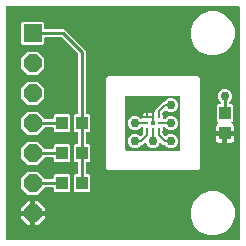
<source format=gbr>
G04 EAGLE Gerber RS-274X export*
G75*
%MOMM*%
%FSLAX34Y34*%
%LPD*%
%INTop Copper*%
%IPPOS*%
%AMOC8*
5,1,8,0,0,1.08239X$1,22.5*%
G01*
%ADD10R,0.381000X0.381000*%
%ADD11C,0.300000*%
%ADD12R,1.000000X1.100000*%
%ADD13R,1.524000X1.524000*%
%ADD14P,1.649562X8X22.500000*%
%ADD15C,0.203200*%
%ADD16C,0.254000*%
%ADD17C,0.762000*%

G36*
X199702Y2549D02*
X199702Y2549D01*
X199760Y2547D01*
X199842Y2569D01*
X199926Y2581D01*
X199979Y2604D01*
X200035Y2619D01*
X200108Y2662D01*
X200185Y2697D01*
X200230Y2735D01*
X200280Y2764D01*
X200338Y2826D01*
X200402Y2880D01*
X200434Y2929D01*
X200474Y2972D01*
X200513Y3047D01*
X200560Y3117D01*
X200577Y3173D01*
X200604Y3225D01*
X200615Y3293D01*
X200645Y3388D01*
X200648Y3488D01*
X200659Y3556D01*
X200659Y199644D01*
X200651Y199702D01*
X200653Y199760D01*
X200631Y199842D01*
X200619Y199926D01*
X200596Y199979D01*
X200581Y200035D01*
X200538Y200108D01*
X200503Y200185D01*
X200465Y200230D01*
X200436Y200280D01*
X200374Y200338D01*
X200320Y200402D01*
X200271Y200434D01*
X200228Y200474D01*
X200153Y200513D01*
X200083Y200560D01*
X200027Y200577D01*
X199975Y200604D01*
X199907Y200615D01*
X199812Y200645D01*
X199712Y200648D01*
X199644Y200659D01*
X3556Y200659D01*
X3498Y200651D01*
X3440Y200653D01*
X3358Y200631D01*
X3274Y200619D01*
X3221Y200596D01*
X3165Y200581D01*
X3092Y200538D01*
X3015Y200503D01*
X2970Y200465D01*
X2920Y200436D01*
X2862Y200374D01*
X2798Y200320D01*
X2766Y200271D01*
X2726Y200228D01*
X2687Y200153D01*
X2640Y200083D01*
X2623Y200027D01*
X2596Y199975D01*
X2585Y199907D01*
X2555Y199812D01*
X2552Y199712D01*
X2541Y199644D01*
X2541Y3556D01*
X2549Y3498D01*
X2547Y3440D01*
X2569Y3358D01*
X2581Y3274D01*
X2604Y3221D01*
X2619Y3165D01*
X2662Y3092D01*
X2697Y3015D01*
X2735Y2970D01*
X2764Y2920D01*
X2826Y2862D01*
X2880Y2798D01*
X2929Y2766D01*
X2972Y2726D01*
X3047Y2687D01*
X3117Y2640D01*
X3173Y2623D01*
X3225Y2596D01*
X3293Y2585D01*
X3388Y2555D01*
X3488Y2552D01*
X3556Y2541D01*
X199644Y2541D01*
X199702Y2549D01*
G37*
%LPC*%
G36*
X88693Y62102D02*
X88693Y62102D01*
X87502Y63293D01*
X87502Y77458D01*
X87503Y77464D01*
X87503Y125737D01*
X87502Y125745D01*
X87502Y139907D01*
X88693Y141098D01*
X165307Y141098D01*
X166498Y139907D01*
X166498Y63293D01*
X165307Y62102D01*
X88693Y62102D01*
G37*
%LPD*%
G36*
X149411Y78241D02*
X149411Y78241D01*
X149469Y78239D01*
X149551Y78261D01*
X149635Y78273D01*
X149688Y78296D01*
X149744Y78311D01*
X149817Y78354D01*
X149894Y78389D01*
X149939Y78427D01*
X149989Y78456D01*
X150047Y78518D01*
X150111Y78572D01*
X150143Y78621D01*
X150183Y78664D01*
X150222Y78739D01*
X150269Y78809D01*
X150286Y78865D01*
X150313Y78917D01*
X150324Y78985D01*
X150354Y79080D01*
X150357Y79180D01*
X150368Y79248D01*
X150368Y123953D01*
X150360Y124011D01*
X150362Y124069D01*
X150340Y124151D01*
X150328Y124235D01*
X150305Y124288D01*
X150290Y124344D01*
X150247Y124417D01*
X150212Y124494D01*
X150174Y124539D01*
X150145Y124589D01*
X150083Y124647D01*
X150029Y124711D01*
X149980Y124743D01*
X149937Y124783D01*
X149862Y124822D01*
X149792Y124869D01*
X149736Y124886D01*
X149684Y124913D01*
X149616Y124924D01*
X149521Y124954D01*
X149421Y124957D01*
X149353Y124968D01*
X104648Y124968D01*
X104590Y124960D01*
X104532Y124962D01*
X104450Y124940D01*
X104366Y124928D01*
X104313Y124905D01*
X104257Y124890D01*
X104184Y124847D01*
X104107Y124812D01*
X104062Y124774D01*
X104012Y124745D01*
X103954Y124683D01*
X103890Y124629D01*
X103858Y124580D01*
X103818Y124537D01*
X103779Y124462D01*
X103732Y124392D01*
X103715Y124336D01*
X103688Y124284D01*
X103677Y124216D01*
X103647Y124121D01*
X103644Y124021D01*
X103633Y123953D01*
X103633Y79248D01*
X103641Y79190D01*
X103639Y79132D01*
X103661Y79050D01*
X103673Y78966D01*
X103696Y78913D01*
X103711Y78857D01*
X103754Y78784D01*
X103789Y78707D01*
X103827Y78662D01*
X103856Y78612D01*
X103918Y78554D01*
X103972Y78490D01*
X104021Y78458D01*
X104064Y78418D01*
X104139Y78379D01*
X104209Y78332D01*
X104265Y78315D01*
X104317Y78288D01*
X104385Y78277D01*
X104480Y78247D01*
X104580Y78244D01*
X104648Y78233D01*
X149353Y78233D01*
X149411Y78241D01*
G37*
%LPC*%
G36*
X61078Y43267D02*
X61078Y43267D01*
X59887Y44458D01*
X59887Y57142D01*
X61078Y58333D01*
X62602Y58333D01*
X62660Y58341D01*
X62718Y58339D01*
X62800Y58361D01*
X62884Y58373D01*
X62937Y58396D01*
X62993Y58411D01*
X63066Y58454D01*
X63143Y58489D01*
X63188Y58527D01*
X63238Y58556D01*
X63296Y58618D01*
X63360Y58672D01*
X63392Y58721D01*
X63432Y58764D01*
X63471Y58839D01*
X63518Y58909D01*
X63535Y58965D01*
X63562Y59017D01*
X63573Y59085D01*
X63603Y59180D01*
X63606Y59280D01*
X63617Y59348D01*
X63617Y67652D01*
X63609Y67710D01*
X63611Y67768D01*
X63589Y67850D01*
X63577Y67934D01*
X63554Y67987D01*
X63539Y68043D01*
X63496Y68116D01*
X63461Y68193D01*
X63423Y68238D01*
X63394Y68288D01*
X63332Y68346D01*
X63278Y68410D01*
X63229Y68442D01*
X63186Y68482D01*
X63111Y68521D01*
X63041Y68568D01*
X62985Y68585D01*
X62933Y68612D01*
X62865Y68623D01*
X62770Y68653D01*
X62670Y68656D01*
X62602Y68667D01*
X61078Y68667D01*
X59887Y69858D01*
X59887Y82542D01*
X61078Y83733D01*
X62602Y83733D01*
X62660Y83741D01*
X62718Y83739D01*
X62800Y83761D01*
X62884Y83773D01*
X62937Y83796D01*
X62993Y83811D01*
X63066Y83854D01*
X63143Y83889D01*
X63188Y83927D01*
X63238Y83956D01*
X63296Y84018D01*
X63360Y84072D01*
X63392Y84121D01*
X63432Y84164D01*
X63471Y84239D01*
X63518Y84309D01*
X63535Y84365D01*
X63562Y84417D01*
X63573Y84485D01*
X63603Y84580D01*
X63606Y84680D01*
X63617Y84748D01*
X63617Y93052D01*
X63609Y93110D01*
X63611Y93168D01*
X63589Y93250D01*
X63577Y93334D01*
X63554Y93387D01*
X63539Y93443D01*
X63496Y93516D01*
X63461Y93593D01*
X63423Y93638D01*
X63394Y93688D01*
X63332Y93746D01*
X63278Y93810D01*
X63229Y93842D01*
X63186Y93882D01*
X63111Y93921D01*
X63041Y93968D01*
X62985Y93985D01*
X62933Y94012D01*
X62865Y94023D01*
X62770Y94053D01*
X62670Y94056D01*
X62602Y94067D01*
X61078Y94067D01*
X59887Y95258D01*
X59887Y107942D01*
X61078Y109133D01*
X62602Y109133D01*
X62660Y109141D01*
X62718Y109139D01*
X62800Y109161D01*
X62884Y109173D01*
X62937Y109196D01*
X62993Y109211D01*
X63066Y109254D01*
X63143Y109289D01*
X63188Y109327D01*
X63238Y109356D01*
X63296Y109418D01*
X63360Y109472D01*
X63392Y109521D01*
X63432Y109564D01*
X63471Y109639D01*
X63518Y109709D01*
X63535Y109765D01*
X63562Y109817D01*
X63573Y109885D01*
X63603Y109980D01*
X63606Y110080D01*
X63617Y110148D01*
X63617Y159891D01*
X63605Y159978D01*
X63602Y160065D01*
X63585Y160118D01*
X63577Y160173D01*
X63542Y160253D01*
X63515Y160336D01*
X63487Y160375D01*
X63461Y160432D01*
X63406Y160498D01*
X63380Y160540D01*
X63346Y160573D01*
X63320Y160609D01*
X49729Y174200D01*
X49660Y174252D01*
X49596Y174312D01*
X49546Y174338D01*
X49502Y174371D01*
X49420Y174402D01*
X49342Y174442D01*
X49295Y174450D01*
X49236Y174472D01*
X49089Y174484D01*
X49011Y174497D01*
X36068Y174497D01*
X36010Y174489D01*
X35952Y174491D01*
X35870Y174469D01*
X35786Y174457D01*
X35733Y174434D01*
X35677Y174419D01*
X35604Y174376D01*
X35527Y174341D01*
X35482Y174303D01*
X35432Y174274D01*
X35374Y174212D01*
X35310Y174158D01*
X35278Y174109D01*
X35238Y174066D01*
X35199Y173991D01*
X35152Y173921D01*
X35135Y173865D01*
X35108Y173813D01*
X35097Y173745D01*
X35067Y173650D01*
X35064Y173550D01*
X35053Y173482D01*
X35053Y169338D01*
X33862Y168147D01*
X16938Y168147D01*
X15747Y169338D01*
X15747Y186262D01*
X16938Y187453D01*
X33862Y187453D01*
X35053Y186262D01*
X35053Y182118D01*
X35061Y182060D01*
X35059Y182002D01*
X35081Y181920D01*
X35093Y181836D01*
X35116Y181783D01*
X35131Y181727D01*
X35174Y181654D01*
X35209Y181577D01*
X35247Y181532D01*
X35276Y181482D01*
X35338Y181424D01*
X35392Y181360D01*
X35441Y181328D01*
X35484Y181288D01*
X35559Y181249D01*
X35629Y181202D01*
X35685Y181185D01*
X35737Y181158D01*
X35805Y181147D01*
X35900Y181117D01*
X36000Y181114D01*
X36068Y181103D01*
X52168Y181103D01*
X70223Y163048D01*
X70223Y110148D01*
X70231Y110092D01*
X70229Y110041D01*
X70230Y110040D01*
X70229Y110032D01*
X70251Y109950D01*
X70263Y109866D01*
X70286Y109813D01*
X70301Y109757D01*
X70344Y109684D01*
X70379Y109607D01*
X70417Y109562D01*
X70446Y109512D01*
X70508Y109454D01*
X70562Y109390D01*
X70611Y109358D01*
X70654Y109318D01*
X70729Y109279D01*
X70799Y109232D01*
X70855Y109215D01*
X70907Y109188D01*
X70975Y109177D01*
X71070Y109147D01*
X71170Y109144D01*
X71238Y109133D01*
X72762Y109133D01*
X73953Y107942D01*
X73953Y95258D01*
X72762Y94067D01*
X71238Y94067D01*
X71180Y94059D01*
X71122Y94061D01*
X71040Y94039D01*
X70956Y94027D01*
X70903Y94004D01*
X70847Y93989D01*
X70774Y93946D01*
X70697Y93911D01*
X70652Y93873D01*
X70602Y93844D01*
X70544Y93782D01*
X70480Y93728D01*
X70448Y93679D01*
X70408Y93636D01*
X70369Y93561D01*
X70322Y93491D01*
X70305Y93435D01*
X70278Y93383D01*
X70267Y93315D01*
X70237Y93220D01*
X70234Y93120D01*
X70223Y93052D01*
X70223Y84748D01*
X70230Y84694D01*
X70229Y84660D01*
X70230Y84657D01*
X70229Y84632D01*
X70251Y84550D01*
X70263Y84466D01*
X70286Y84413D01*
X70301Y84357D01*
X70344Y84284D01*
X70379Y84207D01*
X70417Y84162D01*
X70446Y84112D01*
X70508Y84054D01*
X70562Y83990D01*
X70611Y83958D01*
X70654Y83918D01*
X70729Y83879D01*
X70799Y83832D01*
X70855Y83815D01*
X70907Y83788D01*
X70975Y83777D01*
X71070Y83747D01*
X71170Y83744D01*
X71238Y83733D01*
X72762Y83733D01*
X73953Y82542D01*
X73953Y69858D01*
X72762Y68667D01*
X71238Y68667D01*
X71180Y68659D01*
X71122Y68661D01*
X71040Y68639D01*
X70956Y68627D01*
X70903Y68604D01*
X70847Y68589D01*
X70774Y68546D01*
X70697Y68511D01*
X70652Y68473D01*
X70602Y68444D01*
X70544Y68382D01*
X70480Y68328D01*
X70448Y68279D01*
X70408Y68236D01*
X70369Y68161D01*
X70322Y68091D01*
X70305Y68035D01*
X70278Y67983D01*
X70267Y67915D01*
X70237Y67820D01*
X70234Y67720D01*
X70223Y67652D01*
X70223Y59348D01*
X70230Y59297D01*
X70229Y59278D01*
X70231Y59274D01*
X70229Y59232D01*
X70251Y59150D01*
X70263Y59066D01*
X70286Y59013D01*
X70301Y58957D01*
X70344Y58884D01*
X70379Y58807D01*
X70417Y58762D01*
X70446Y58712D01*
X70508Y58654D01*
X70562Y58590D01*
X70611Y58558D01*
X70654Y58518D01*
X70729Y58479D01*
X70799Y58432D01*
X70855Y58415D01*
X70907Y58388D01*
X70975Y58377D01*
X71070Y58347D01*
X71170Y58344D01*
X71238Y58333D01*
X72762Y58333D01*
X73953Y57142D01*
X73953Y44458D01*
X72762Y43267D01*
X61078Y43267D01*
G37*
%LPD*%
%LPC*%
G36*
X174112Y159259D02*
X174112Y159259D01*
X167297Y162082D01*
X162082Y167297D01*
X159259Y174112D01*
X159259Y181488D01*
X162082Y188303D01*
X167297Y193518D01*
X174112Y196341D01*
X181488Y196341D01*
X188303Y193518D01*
X193518Y188303D01*
X196341Y181488D01*
X196341Y174112D01*
X193518Y167297D01*
X188303Y162082D01*
X181488Y159259D01*
X174112Y159259D01*
G37*
%LPD*%
%LPC*%
G36*
X174112Y6859D02*
X174112Y6859D01*
X167297Y9682D01*
X162082Y14897D01*
X159259Y21712D01*
X159259Y29088D01*
X162082Y35903D01*
X167297Y41118D01*
X174112Y43941D01*
X181488Y43941D01*
X188303Y41118D01*
X193518Y35903D01*
X196341Y29088D01*
X196341Y21712D01*
X193518Y14897D01*
X188303Y9682D01*
X181488Y6859D01*
X174112Y6859D01*
G37*
%LPD*%
%LPC*%
G36*
X110598Y80517D02*
X110598Y80517D01*
X108450Y81407D01*
X106807Y83050D01*
X105917Y85198D01*
X105917Y87522D01*
X106807Y89670D01*
X108450Y91313D01*
X110598Y92203D01*
X112922Y92203D01*
X115070Y91313D01*
X115558Y90825D01*
X115604Y90790D01*
X115645Y90748D01*
X115718Y90705D01*
X115785Y90654D01*
X115840Y90633D01*
X115890Y90604D01*
X115972Y90583D01*
X116051Y90553D01*
X116109Y90548D01*
X116166Y90534D01*
X116250Y90536D01*
X116334Y90529D01*
X116391Y90541D01*
X116450Y90543D01*
X116530Y90569D01*
X116613Y90585D01*
X116665Y90612D01*
X116720Y90630D01*
X116777Y90670D01*
X116865Y90716D01*
X116937Y90785D01*
X116994Y90825D01*
X118654Y92485D01*
X118706Y92555D01*
X118766Y92619D01*
X118792Y92669D01*
X118825Y92713D01*
X118856Y92794D01*
X118896Y92872D01*
X118904Y92920D01*
X118926Y92978D01*
X118938Y93126D01*
X118951Y93203D01*
X118951Y94232D01*
X118939Y94319D01*
X118936Y94406D01*
X118919Y94459D01*
X118911Y94514D01*
X118876Y94593D01*
X118849Y94677D01*
X118821Y94716D01*
X118795Y94773D01*
X118699Y94886D01*
X118654Y94950D01*
X118467Y95137D01*
X118467Y97536D01*
X118459Y97594D01*
X118461Y97652D01*
X118439Y97734D01*
X118427Y97818D01*
X118404Y97871D01*
X118389Y97927D01*
X118346Y98000D01*
X118311Y98077D01*
X118273Y98122D01*
X118244Y98172D01*
X118182Y98230D01*
X118128Y98294D01*
X118079Y98326D01*
X118036Y98366D01*
X117961Y98405D01*
X117891Y98452D01*
X117835Y98469D01*
X117783Y98496D01*
X117715Y98507D01*
X117620Y98537D01*
X117527Y98540D01*
X117505Y98545D01*
X117491Y98545D01*
X117452Y98551D01*
X117395Y98551D01*
X117346Y98544D01*
X117336Y98545D01*
X117322Y98541D01*
X117308Y98539D01*
X117221Y98536D01*
X117168Y98519D01*
X117113Y98511D01*
X117033Y98476D01*
X116950Y98449D01*
X116911Y98421D01*
X116854Y98395D01*
X116740Y98299D01*
X116677Y98254D01*
X115070Y96647D01*
X112922Y95757D01*
X110598Y95757D01*
X108450Y96647D01*
X106807Y98290D01*
X105917Y100438D01*
X105917Y102762D01*
X106807Y104910D01*
X108450Y106553D01*
X110598Y107443D01*
X112922Y107443D01*
X115070Y106553D01*
X116226Y105397D01*
X116250Y105379D01*
X116269Y105357D01*
X116363Y105294D01*
X116453Y105226D01*
X116481Y105215D01*
X116505Y105199D01*
X116613Y105165D01*
X116719Y105125D01*
X116748Y105122D01*
X116776Y105113D01*
X116890Y105110D01*
X117002Y105101D01*
X117031Y105107D01*
X117060Y105106D01*
X117170Y105135D01*
X117281Y105157D01*
X117307Y105170D01*
X117335Y105178D01*
X117433Y105236D01*
X117533Y105288D01*
X117555Y105308D01*
X117580Y105323D01*
X117657Y105406D01*
X117739Y105484D01*
X117754Y105509D01*
X117774Y105530D01*
X117802Y105585D01*
X122000Y105585D01*
X127000Y105585D01*
X127058Y105593D01*
X127116Y105591D01*
X127198Y105613D01*
X127281Y105624D01*
X127335Y105648D01*
X127391Y105663D01*
X127464Y105706D01*
X127541Y105741D01*
X127585Y105778D01*
X127635Y105808D01*
X127693Y105870D01*
X127758Y105924D01*
X127790Y105973D01*
X127830Y106016D01*
X127868Y106091D01*
X127915Y106161D01*
X127933Y106217D01*
X127959Y106269D01*
X127971Y106337D01*
X128001Y106432D01*
X128004Y106532D01*
X128015Y106600D01*
X128007Y106658D01*
X128008Y106716D01*
X127987Y106798D01*
X127975Y106882D01*
X127951Y106935D01*
X127936Y106992D01*
X127908Y107039D01*
X127947Y107109D01*
X127952Y107127D01*
X127960Y107143D01*
X127972Y107214D01*
X128012Y107386D01*
X128008Y107430D01*
X128015Y107474D01*
X128015Y110576D01*
X128052Y110575D01*
X128143Y110599D01*
X128236Y110614D01*
X128280Y110634D01*
X128327Y110647D01*
X128408Y110695D01*
X128493Y110735D01*
X128530Y110767D01*
X128572Y110792D01*
X128636Y110861D01*
X128707Y110923D01*
X128733Y110964D01*
X128766Y110999D01*
X128809Y111083D01*
X128860Y111162D01*
X128874Y111209D01*
X128896Y111252D01*
X128908Y111326D01*
X128940Y111435D01*
X128941Y111522D01*
X128951Y111584D01*
X128951Y112943D01*
X135897Y119889D01*
X136605Y119889D01*
X136692Y119901D01*
X136779Y119904D01*
X136832Y119921D01*
X136887Y119929D01*
X136967Y119964D01*
X137050Y119991D01*
X137089Y120019D01*
X137146Y120045D01*
X137260Y120141D01*
X137323Y120186D01*
X138930Y121793D01*
X141078Y122683D01*
X143402Y122683D01*
X145550Y121793D01*
X147193Y120150D01*
X148083Y118002D01*
X148083Y115678D01*
X147193Y113530D01*
X145550Y111887D01*
X143402Y110997D01*
X141078Y110997D01*
X138930Y111887D01*
X138442Y112375D01*
X138396Y112410D01*
X138355Y112452D01*
X138282Y112495D01*
X138215Y112546D01*
X138160Y112567D01*
X138110Y112596D01*
X138028Y112617D01*
X137949Y112647D01*
X137891Y112652D01*
X137834Y112666D01*
X137750Y112664D01*
X137666Y112671D01*
X137609Y112659D01*
X137550Y112657D01*
X137470Y112631D01*
X137387Y112615D01*
X137335Y112588D01*
X137280Y112570D01*
X137223Y112530D01*
X137135Y112484D01*
X137063Y112415D01*
X137006Y112375D01*
X135346Y110715D01*
X135294Y110645D01*
X135234Y110581D01*
X135208Y110531D01*
X135175Y110487D01*
X135144Y110406D01*
X135104Y110328D01*
X135096Y110280D01*
X135074Y110222D01*
X135062Y110074D01*
X135049Y109997D01*
X135049Y108968D01*
X135061Y108881D01*
X135064Y108794D01*
X135081Y108741D01*
X135089Y108686D01*
X135124Y108607D01*
X135151Y108523D01*
X135179Y108484D01*
X135205Y108427D01*
X135301Y108314D01*
X135346Y108250D01*
X135533Y108063D01*
X135533Y105664D01*
X135541Y105606D01*
X135539Y105548D01*
X135561Y105466D01*
X135573Y105382D01*
X135596Y105329D01*
X135611Y105273D01*
X135654Y105200D01*
X135689Y105123D01*
X135727Y105078D01*
X135756Y105028D01*
X135818Y104970D01*
X135872Y104906D01*
X135921Y104874D01*
X135964Y104834D01*
X136039Y104795D01*
X136109Y104748D01*
X136165Y104731D01*
X136217Y104704D01*
X136285Y104693D01*
X136380Y104663D01*
X136473Y104660D01*
X136495Y104655D01*
X136509Y104655D01*
X136548Y104649D01*
X136605Y104649D01*
X136654Y104656D01*
X136664Y104655D01*
X136678Y104659D01*
X136692Y104661D01*
X136779Y104664D01*
X136832Y104681D01*
X136887Y104689D01*
X136967Y104724D01*
X137050Y104751D01*
X137089Y104779D01*
X137146Y104805D01*
X137260Y104901D01*
X137323Y104946D01*
X138930Y106553D01*
X141078Y107443D01*
X143402Y107443D01*
X145550Y106553D01*
X147193Y104910D01*
X148083Y102762D01*
X148083Y100438D01*
X147193Y98290D01*
X145550Y96647D01*
X143402Y95757D01*
X141078Y95757D01*
X138930Y96647D01*
X137323Y98254D01*
X137253Y98306D01*
X137190Y98366D01*
X137140Y98392D01*
X137096Y98425D01*
X137014Y98456D01*
X136936Y98496D01*
X136889Y98504D01*
X136830Y98526D01*
X136723Y98535D01*
X136716Y98537D01*
X136685Y98538D01*
X136683Y98538D01*
X136605Y98551D01*
X136548Y98551D01*
X136490Y98543D01*
X136432Y98545D01*
X136350Y98523D01*
X136266Y98511D01*
X136213Y98488D01*
X136157Y98473D01*
X136084Y98430D01*
X136007Y98395D01*
X135962Y98357D01*
X135912Y98328D01*
X135854Y98266D01*
X135790Y98212D01*
X135758Y98163D01*
X135718Y98120D01*
X135679Y98045D01*
X135632Y97975D01*
X135615Y97919D01*
X135588Y97867D01*
X135577Y97799D01*
X135547Y97704D01*
X135544Y97604D01*
X135533Y97536D01*
X135533Y95137D01*
X135426Y95030D01*
X135374Y94960D01*
X135314Y94896D01*
X135288Y94847D01*
X135255Y94803D01*
X135224Y94721D01*
X135184Y94643D01*
X135176Y94596D01*
X135154Y94537D01*
X135142Y94389D01*
X135129Y94312D01*
X135129Y93123D01*
X135141Y93037D01*
X135144Y92949D01*
X135161Y92897D01*
X135169Y92842D01*
X135204Y92762D01*
X135231Y92679D01*
X135259Y92640D01*
X135285Y92582D01*
X135381Y92469D01*
X135426Y92405D01*
X137006Y90825D01*
X137053Y90790D01*
X137093Y90748D01*
X137166Y90705D01*
X137234Y90654D01*
X137288Y90633D01*
X137339Y90604D01*
X137420Y90583D01*
X137499Y90553D01*
X137558Y90548D01*
X137614Y90534D01*
X137699Y90536D01*
X137783Y90529D01*
X137840Y90541D01*
X137898Y90543D01*
X137979Y90569D01*
X138061Y90585D01*
X138113Y90612D01*
X138169Y90630D01*
X138225Y90670D01*
X138314Y90716D01*
X138386Y90785D01*
X138442Y90825D01*
X138930Y91313D01*
X141078Y92203D01*
X143402Y92203D01*
X145550Y91313D01*
X147193Y89670D01*
X148083Y87522D01*
X148083Y85198D01*
X147193Y83050D01*
X145550Y81407D01*
X143402Y80517D01*
X141078Y80517D01*
X138930Y81407D01*
X137323Y83014D01*
X137253Y83066D01*
X137190Y83126D01*
X137140Y83152D01*
X137096Y83185D01*
X137014Y83216D01*
X136936Y83256D01*
X136889Y83264D01*
X136830Y83286D01*
X136683Y83298D01*
X136605Y83311D01*
X135897Y83311D01*
X134259Y84949D01*
X134168Y85018D01*
X134080Y85092D01*
X134054Y85104D01*
X134032Y85120D01*
X133925Y85161D01*
X133820Y85208D01*
X133792Y85211D01*
X133766Y85221D01*
X133652Y85231D01*
X133538Y85247D01*
X133511Y85243D01*
X133483Y85245D01*
X133371Y85222D01*
X133257Y85206D01*
X133231Y85195D01*
X133204Y85189D01*
X133102Y85136D01*
X132998Y85089D01*
X132977Y85071D01*
X132952Y85058D01*
X132869Y84979D01*
X132781Y84905D01*
X132768Y84883D01*
X132746Y84862D01*
X132611Y84633D01*
X132603Y84620D01*
X131953Y83050D01*
X130310Y81407D01*
X128162Y80517D01*
X125838Y80517D01*
X123690Y81407D01*
X122047Y83050D01*
X121397Y84620D01*
X121338Y84719D01*
X121285Y84821D01*
X121266Y84841D01*
X121252Y84865D01*
X121169Y84944D01*
X121090Y85027D01*
X121066Y85041D01*
X121045Y85060D01*
X120943Y85113D01*
X120844Y85171D01*
X120817Y85177D01*
X120793Y85190D01*
X120680Y85212D01*
X120569Y85241D01*
X120541Y85240D01*
X120514Y85245D01*
X120399Y85235D01*
X120285Y85232D01*
X120258Y85223D01*
X120231Y85221D01*
X120123Y85179D01*
X120014Y85144D01*
X119994Y85130D01*
X119965Y85119D01*
X119753Y84958D01*
X119741Y84949D01*
X118103Y83311D01*
X117395Y83311D01*
X117308Y83299D01*
X117221Y83296D01*
X117168Y83279D01*
X117113Y83271D01*
X117033Y83236D01*
X116950Y83209D01*
X116911Y83181D01*
X116854Y83155D01*
X116740Y83059D01*
X116677Y83014D01*
X115070Y81407D01*
X112922Y80517D01*
X110598Y80517D01*
G37*
%LPD*%
%LPC*%
G36*
X21402Y91947D02*
X21402Y91947D01*
X15747Y97602D01*
X15747Y105598D01*
X21402Y111253D01*
X29398Y111253D01*
X35141Y105510D01*
X35174Y105454D01*
X35209Y105377D01*
X35247Y105332D01*
X35276Y105282D01*
X35338Y105224D01*
X35392Y105160D01*
X35441Y105128D01*
X35484Y105088D01*
X35559Y105049D01*
X35629Y105002D01*
X35685Y104985D01*
X35737Y104958D01*
X35805Y104947D01*
X35900Y104917D01*
X36000Y104914D01*
X36068Y104903D01*
X41872Y104903D01*
X41930Y104911D01*
X41988Y104909D01*
X42070Y104931D01*
X42154Y104943D01*
X42207Y104966D01*
X42263Y104981D01*
X42336Y105024D01*
X42413Y105059D01*
X42458Y105097D01*
X42508Y105126D01*
X42566Y105188D01*
X42630Y105242D01*
X42662Y105291D01*
X42702Y105334D01*
X42741Y105409D01*
X42788Y105479D01*
X42805Y105535D01*
X42832Y105587D01*
X42843Y105655D01*
X42873Y105750D01*
X42876Y105850D01*
X42887Y105918D01*
X42887Y107942D01*
X44078Y109133D01*
X55762Y109133D01*
X56953Y107942D01*
X56953Y95258D01*
X55762Y94067D01*
X44078Y94067D01*
X42887Y95258D01*
X42887Y97282D01*
X42879Y97340D01*
X42881Y97398D01*
X42859Y97480D01*
X42847Y97564D01*
X42824Y97617D01*
X42809Y97673D01*
X42766Y97746D01*
X42731Y97823D01*
X42693Y97868D01*
X42664Y97918D01*
X42602Y97976D01*
X42548Y98040D01*
X42499Y98072D01*
X42456Y98112D01*
X42381Y98151D01*
X42311Y98198D01*
X42255Y98215D01*
X42203Y98242D01*
X42135Y98253D01*
X42040Y98283D01*
X41940Y98286D01*
X41872Y98297D01*
X36068Y98297D01*
X36010Y98289D01*
X35952Y98291D01*
X35870Y98269D01*
X35786Y98257D01*
X35733Y98234D01*
X35677Y98219D01*
X35604Y98176D01*
X35527Y98141D01*
X35482Y98103D01*
X35432Y98074D01*
X35374Y98012D01*
X35310Y97958D01*
X35278Y97909D01*
X35238Y97866D01*
X35199Y97791D01*
X35152Y97721D01*
X35143Y97692D01*
X29398Y91947D01*
X21402Y91947D01*
G37*
%LPD*%
%LPC*%
G36*
X21402Y66547D02*
X21402Y66547D01*
X15747Y72202D01*
X15747Y80198D01*
X21402Y85853D01*
X29398Y85853D01*
X35141Y80110D01*
X35174Y80054D01*
X35209Y79977D01*
X35247Y79932D01*
X35276Y79882D01*
X35338Y79824D01*
X35392Y79760D01*
X35441Y79728D01*
X35484Y79688D01*
X35559Y79649D01*
X35629Y79602D01*
X35685Y79585D01*
X35737Y79558D01*
X35805Y79547D01*
X35900Y79517D01*
X36000Y79514D01*
X36068Y79503D01*
X41872Y79503D01*
X41930Y79511D01*
X41988Y79509D01*
X42070Y79531D01*
X42154Y79543D01*
X42207Y79566D01*
X42263Y79581D01*
X42336Y79624D01*
X42413Y79659D01*
X42458Y79697D01*
X42508Y79726D01*
X42566Y79788D01*
X42630Y79842D01*
X42662Y79891D01*
X42702Y79934D01*
X42741Y80009D01*
X42788Y80079D01*
X42805Y80135D01*
X42832Y80187D01*
X42843Y80255D01*
X42873Y80350D01*
X42876Y80450D01*
X42887Y80518D01*
X42887Y82542D01*
X44078Y83733D01*
X55762Y83733D01*
X56953Y82542D01*
X56953Y69858D01*
X55762Y68667D01*
X44078Y68667D01*
X42887Y69858D01*
X42887Y71882D01*
X42879Y71940D01*
X42881Y71998D01*
X42859Y72080D01*
X42847Y72164D01*
X42824Y72217D01*
X42809Y72273D01*
X42766Y72346D01*
X42731Y72423D01*
X42693Y72468D01*
X42664Y72518D01*
X42602Y72576D01*
X42548Y72640D01*
X42499Y72672D01*
X42456Y72712D01*
X42381Y72751D01*
X42311Y72798D01*
X42255Y72815D01*
X42203Y72842D01*
X42135Y72853D01*
X42040Y72883D01*
X41940Y72886D01*
X41872Y72897D01*
X36068Y72897D01*
X36010Y72889D01*
X35952Y72891D01*
X35870Y72869D01*
X35786Y72857D01*
X35733Y72834D01*
X35677Y72819D01*
X35604Y72776D01*
X35527Y72741D01*
X35482Y72703D01*
X35432Y72674D01*
X35374Y72612D01*
X35310Y72558D01*
X35278Y72509D01*
X35238Y72466D01*
X35199Y72391D01*
X35152Y72321D01*
X35143Y72292D01*
X29398Y66547D01*
X21402Y66547D01*
G37*
%LPD*%
%LPC*%
G36*
X21402Y41147D02*
X21402Y41147D01*
X15747Y46802D01*
X15747Y54798D01*
X21402Y60453D01*
X29398Y60453D01*
X35141Y54710D01*
X35174Y54654D01*
X35209Y54577D01*
X35247Y54532D01*
X35276Y54482D01*
X35338Y54424D01*
X35392Y54360D01*
X35441Y54328D01*
X35484Y54288D01*
X35559Y54249D01*
X35629Y54202D01*
X35685Y54185D01*
X35737Y54158D01*
X35805Y54147D01*
X35900Y54117D01*
X36000Y54114D01*
X36068Y54103D01*
X41872Y54103D01*
X41930Y54111D01*
X41988Y54109D01*
X42070Y54131D01*
X42154Y54143D01*
X42207Y54166D01*
X42263Y54181D01*
X42336Y54224D01*
X42413Y54259D01*
X42458Y54297D01*
X42508Y54326D01*
X42566Y54388D01*
X42630Y54442D01*
X42662Y54491D01*
X42702Y54534D01*
X42741Y54609D01*
X42788Y54679D01*
X42805Y54735D01*
X42832Y54787D01*
X42843Y54855D01*
X42873Y54950D01*
X42876Y55050D01*
X42887Y55118D01*
X42887Y57142D01*
X44078Y58333D01*
X55762Y58333D01*
X56953Y57142D01*
X56953Y44458D01*
X55762Y43267D01*
X44078Y43267D01*
X42887Y44458D01*
X42887Y46482D01*
X42879Y46540D01*
X42881Y46598D01*
X42859Y46680D01*
X42847Y46764D01*
X42824Y46817D01*
X42809Y46873D01*
X42766Y46946D01*
X42731Y47023D01*
X42693Y47068D01*
X42664Y47118D01*
X42602Y47176D01*
X42548Y47240D01*
X42499Y47272D01*
X42456Y47312D01*
X42381Y47351D01*
X42311Y47398D01*
X42255Y47415D01*
X42203Y47442D01*
X42135Y47453D01*
X42040Y47483D01*
X41940Y47486D01*
X41872Y47497D01*
X36068Y47497D01*
X36010Y47489D01*
X35952Y47491D01*
X35870Y47469D01*
X35786Y47457D01*
X35733Y47434D01*
X35677Y47419D01*
X35604Y47376D01*
X35527Y47341D01*
X35482Y47303D01*
X35432Y47274D01*
X35374Y47212D01*
X35310Y47158D01*
X35278Y47109D01*
X35238Y47066D01*
X35199Y46991D01*
X35152Y46921D01*
X35143Y46892D01*
X29398Y41147D01*
X21402Y41147D01*
G37*
%LPD*%
%LPC*%
G36*
X187959Y93099D02*
X187959Y93099D01*
X187959Y94116D01*
X187951Y94174D01*
X187952Y94232D01*
X187931Y94314D01*
X187919Y94397D01*
X187895Y94451D01*
X187881Y94507D01*
X187838Y94580D01*
X187803Y94657D01*
X187765Y94701D01*
X187735Y94752D01*
X187674Y94809D01*
X187619Y94874D01*
X187571Y94906D01*
X187528Y94946D01*
X187453Y94985D01*
X187383Y95031D01*
X187327Y95049D01*
X187275Y95076D01*
X187207Y95087D01*
X187112Y95117D01*
X187012Y95120D01*
X186944Y95131D01*
X180419Y95131D01*
X180419Y98934D01*
X180592Y99581D01*
X180927Y100160D01*
X181400Y100633D01*
X181936Y100942D01*
X181974Y100972D01*
X182017Y100995D01*
X182085Y101059D01*
X182159Y101118D01*
X182188Y101157D01*
X182223Y101191D01*
X182271Y101272D01*
X182326Y101348D01*
X182342Y101394D01*
X182367Y101436D01*
X182390Y101527D01*
X182422Y101615D01*
X182425Y101664D01*
X182437Y101711D01*
X182434Y101805D01*
X182440Y101899D01*
X182430Y101947D01*
X182428Y101996D01*
X182399Y102085D01*
X182379Y102177D01*
X182356Y102220D01*
X182341Y102266D01*
X182298Y102326D01*
X182243Y102427D01*
X182182Y102488D01*
X182146Y102539D01*
X180927Y103758D01*
X180927Y116442D01*
X182118Y117633D01*
X183642Y117633D01*
X183700Y117641D01*
X183758Y117639D01*
X183840Y117661D01*
X183924Y117673D01*
X183977Y117696D01*
X184033Y117711D01*
X184106Y117754D01*
X184183Y117789D01*
X184228Y117827D01*
X184278Y117856D01*
X184336Y117918D01*
X184400Y117972D01*
X184432Y118021D01*
X184472Y118064D01*
X184511Y118139D01*
X184558Y118209D01*
X184575Y118265D01*
X184602Y118317D01*
X184613Y118385D01*
X184643Y118480D01*
X184646Y118580D01*
X184657Y118648D01*
X184657Y119079D01*
X184645Y119166D01*
X184642Y119253D01*
X184625Y119306D01*
X184617Y119361D01*
X184582Y119441D01*
X184555Y119524D01*
X184527Y119563D01*
X184501Y119620D01*
X184405Y119733D01*
X184360Y119797D01*
X183007Y121150D01*
X182117Y123298D01*
X182117Y125622D01*
X183007Y127770D01*
X184650Y129413D01*
X186798Y130303D01*
X189122Y130303D01*
X191270Y129413D01*
X192913Y127770D01*
X193803Y125622D01*
X193803Y123298D01*
X192913Y121150D01*
X191560Y119797D01*
X191508Y119727D01*
X191448Y119664D01*
X191422Y119614D01*
X191389Y119570D01*
X191358Y119488D01*
X191318Y119410D01*
X191310Y119363D01*
X191288Y119304D01*
X191276Y119157D01*
X191263Y119079D01*
X191263Y118648D01*
X191271Y118590D01*
X191269Y118532D01*
X191291Y118450D01*
X191303Y118366D01*
X191326Y118313D01*
X191341Y118257D01*
X191384Y118184D01*
X191419Y118107D01*
X191457Y118062D01*
X191486Y118012D01*
X191548Y117954D01*
X191602Y117890D01*
X191651Y117858D01*
X191694Y117818D01*
X191769Y117779D01*
X191839Y117732D01*
X191895Y117715D01*
X191947Y117688D01*
X192015Y117677D01*
X192110Y117647D01*
X192210Y117644D01*
X192278Y117633D01*
X193802Y117633D01*
X194993Y116442D01*
X194993Y103758D01*
X193774Y102539D01*
X193745Y102501D01*
X193709Y102468D01*
X193660Y102387D01*
X193603Y102312D01*
X193586Y102267D01*
X193560Y102225D01*
X193535Y102134D01*
X193502Y102047D01*
X193498Y101998D01*
X193485Y101951D01*
X193486Y101857D01*
X193478Y101763D01*
X193488Y101716D01*
X193489Y101667D01*
X193516Y101577D01*
X193534Y101485D01*
X193557Y101441D01*
X193571Y101395D01*
X193622Y101316D01*
X193665Y101232D01*
X193699Y101197D01*
X193725Y101156D01*
X193783Y101109D01*
X193861Y101026D01*
X193936Y100982D01*
X193984Y100942D01*
X194520Y100633D01*
X194993Y100160D01*
X195328Y99581D01*
X195501Y98934D01*
X195501Y95131D01*
X188976Y95131D01*
X188918Y95123D01*
X188860Y95124D01*
X188778Y95103D01*
X188695Y95091D01*
X188641Y95067D01*
X188585Y95053D01*
X188512Y95010D01*
X188435Y94975D01*
X188391Y94937D01*
X188340Y94907D01*
X188283Y94846D01*
X188218Y94791D01*
X188186Y94743D01*
X188146Y94700D01*
X188107Y94625D01*
X188061Y94555D01*
X188043Y94499D01*
X188016Y94447D01*
X188005Y94379D01*
X187975Y94284D01*
X187972Y94184D01*
X187961Y94116D01*
X187961Y93099D01*
X187959Y93099D01*
G37*
%LPD*%
%LPC*%
G36*
X21402Y142747D02*
X21402Y142747D01*
X15747Y148402D01*
X15747Y156398D01*
X21402Y162053D01*
X29398Y162053D01*
X35053Y156398D01*
X35053Y148402D01*
X29398Y142747D01*
X21402Y142747D01*
G37*
%LPD*%
%LPC*%
G36*
X21402Y117347D02*
X21402Y117347D01*
X15747Y123002D01*
X15747Y130998D01*
X21402Y136653D01*
X29398Y136653D01*
X35053Y130998D01*
X35053Y123002D01*
X29398Y117347D01*
X21402Y117347D01*
G37*
%LPD*%
%LPC*%
G36*
X27431Y27431D02*
X27431Y27431D01*
X27431Y35561D01*
X29609Y35561D01*
X35561Y29609D01*
X35561Y27431D01*
X27431Y27431D01*
G37*
%LPD*%
%LPC*%
G36*
X15239Y27431D02*
X15239Y27431D01*
X15239Y29609D01*
X21191Y35561D01*
X23369Y35561D01*
X23369Y27431D01*
X15239Y27431D01*
G37*
%LPD*%
%LPC*%
G36*
X27431Y15239D02*
X27431Y15239D01*
X27431Y23369D01*
X35561Y23369D01*
X35561Y21191D01*
X29609Y15239D01*
X27431Y15239D01*
G37*
%LPD*%
%LPC*%
G36*
X21191Y15239D02*
X21191Y15239D01*
X15239Y21191D01*
X15239Y23369D01*
X23369Y23369D01*
X23369Y15239D01*
X21191Y15239D01*
G37*
%LPD*%
%LPC*%
G36*
X189991Y85059D02*
X189991Y85059D01*
X189991Y91069D01*
X195501Y91069D01*
X195501Y87266D01*
X195328Y86619D01*
X194993Y86040D01*
X194520Y85567D01*
X193941Y85232D01*
X193294Y85059D01*
X189991Y85059D01*
G37*
%LPD*%
%LPC*%
G36*
X182626Y85059D02*
X182626Y85059D01*
X181979Y85232D01*
X181400Y85567D01*
X180927Y86040D01*
X180592Y86619D01*
X180419Y87266D01*
X180419Y91069D01*
X185929Y91069D01*
X185929Y85059D01*
X182626Y85059D01*
G37*
%LPD*%
%LPC*%
G36*
X123015Y107615D02*
X123015Y107615D01*
X123015Y110511D01*
X123560Y110365D01*
X123992Y110116D01*
X124065Y110086D01*
X124132Y110048D01*
X124196Y110034D01*
X124256Y110009D01*
X124333Y110001D01*
X124409Y109984D01*
X124474Y109987D01*
X124539Y109980D01*
X124615Y109994D01*
X124693Y109998D01*
X124745Y110018D01*
X124819Y110031D01*
X124935Y110088D01*
X125008Y110116D01*
X125440Y110365D01*
X125985Y110511D01*
X125985Y107615D01*
X123015Y107615D01*
G37*
%LPD*%
%LPC*%
G36*
X118089Y107615D02*
X118089Y107615D01*
X118235Y108160D01*
X118767Y109081D01*
X119519Y109833D01*
X120440Y110365D01*
X120985Y110511D01*
X120985Y107615D01*
X118089Y107615D01*
G37*
%LPD*%
%LPC*%
G36*
X25399Y25399D02*
X25399Y25399D01*
X25399Y25401D01*
X25401Y25401D01*
X25401Y25399D01*
X25399Y25399D01*
G37*
%LPD*%
D10*
X127000Y101600D03*
D11*
X122000Y106600D03*
X127000Y106600D03*
X132000Y106600D03*
X122000Y101600D03*
X132000Y101600D03*
X122000Y96600D03*
X127000Y96600D03*
X132000Y96600D03*
D12*
X187960Y110100D03*
X187960Y93100D03*
D13*
X25400Y177800D03*
D14*
X25400Y152400D03*
X25400Y127000D03*
X25400Y101600D03*
X25400Y76200D03*
X25400Y50800D03*
X25400Y25400D03*
D12*
X49920Y50800D03*
X66920Y50800D03*
X49920Y76200D03*
X66920Y76200D03*
X49920Y101600D03*
X66920Y101600D03*
D15*
X132000Y96600D02*
X132080Y96520D01*
X132080Y91440D01*
X137160Y86360D01*
X142240Y86360D01*
D16*
X49920Y76200D02*
X25400Y76200D01*
D17*
X142240Y86360D03*
D15*
X127000Y86360D02*
X127000Y96600D01*
D16*
X49920Y101600D02*
X25400Y101600D01*
D17*
X127000Y86360D03*
D15*
X127000Y101600D02*
X127000Y106600D01*
X122000Y106600D02*
X122000Y114220D01*
X119380Y116840D01*
X111760Y116840D01*
X127000Y116840D02*
X127000Y106600D01*
D17*
X111760Y116840D03*
X127000Y116840D03*
D15*
X132000Y111680D02*
X132000Y106600D01*
X132000Y111680D02*
X137160Y116840D01*
X142240Y116840D01*
D16*
X187960Y110100D02*
X187960Y124460D01*
X66920Y101600D02*
X66920Y76200D01*
X66920Y50800D01*
X66920Y101600D02*
X66920Y161680D01*
X50800Y177800D01*
X25400Y177800D01*
D17*
X142240Y116840D03*
X187960Y124460D03*
D15*
X142240Y101600D02*
X132000Y101600D01*
D16*
X49920Y50800D02*
X25400Y50800D01*
D17*
X142240Y101600D03*
D15*
X122000Y96600D02*
X122000Y91520D01*
X116840Y86360D01*
X111760Y86360D01*
D17*
X111760Y86360D03*
D15*
X111760Y101600D02*
X122000Y101600D01*
D17*
X111760Y101600D03*
M02*

</source>
